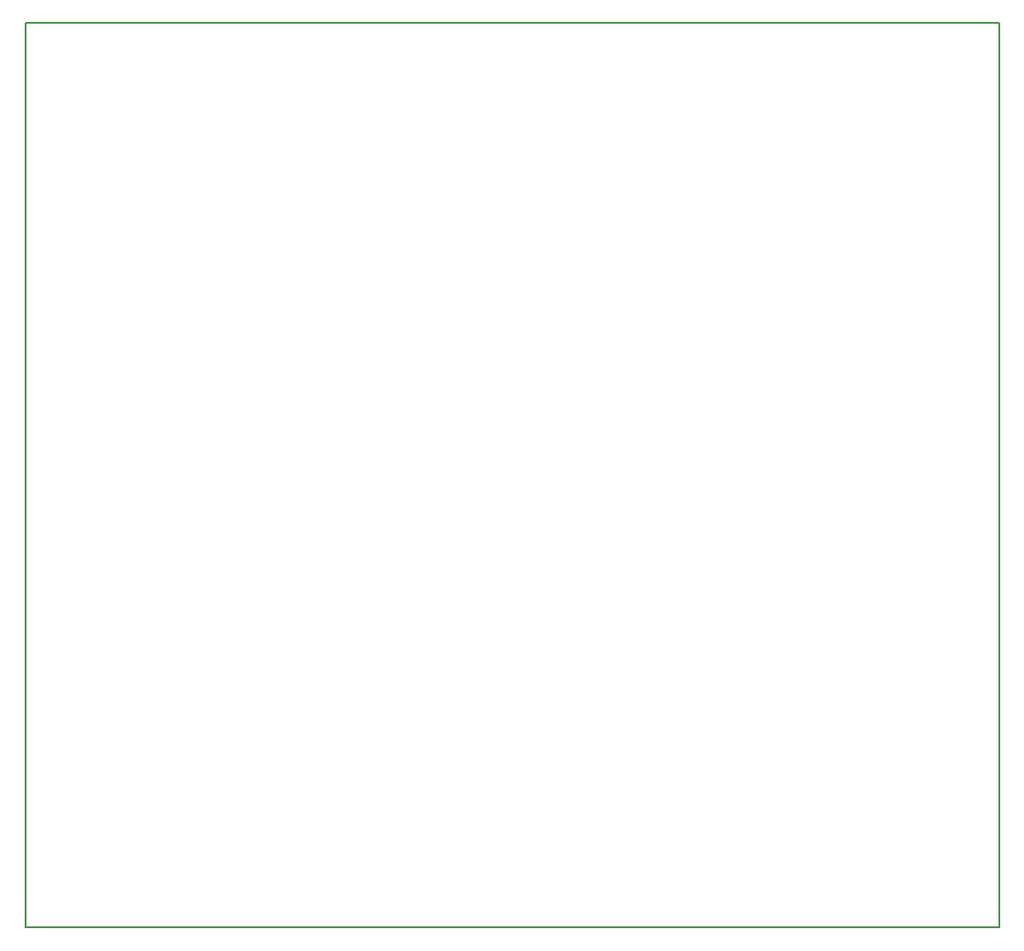
<source format=gbr>
G04 #@! TF.GenerationSoftware,KiCad,Pcbnew,(5.1.2)-2*
G04 #@! TF.CreationDate,2019-07-21T19:38:03-07:00*
G04 #@! TF.ProjectId,300-1002,3330302d-3130-4303-922e-6b696361645f,rev?*
G04 #@! TF.SameCoordinates,Original*
G04 #@! TF.FileFunction,Profile,NP*
%FSLAX46Y46*%
G04 Gerber Fmt 4.6, Leading zero omitted, Abs format (unit mm)*
G04 Created by KiCad (PCBNEW (5.1.2)-2) date 2019-07-21 19:38:03*
%MOMM*%
%LPD*%
G04 APERTURE LIST*
%ADD10C,0.150000*%
G04 APERTURE END LIST*
D10*
X87630000Y-43180000D02*
X87630000Y-52070000D01*
X177800000Y-43180000D02*
X87630000Y-43180000D01*
X177800000Y-127000000D02*
X177800000Y-43180000D01*
X166370000Y-127000000D02*
X177800000Y-127000000D01*
X87630000Y-127000000D02*
X160020000Y-127000000D01*
X87630000Y-52070000D02*
X87630000Y-127000000D01*
X160020000Y-127000000D02*
X166370000Y-127000000D01*
M02*

</source>
